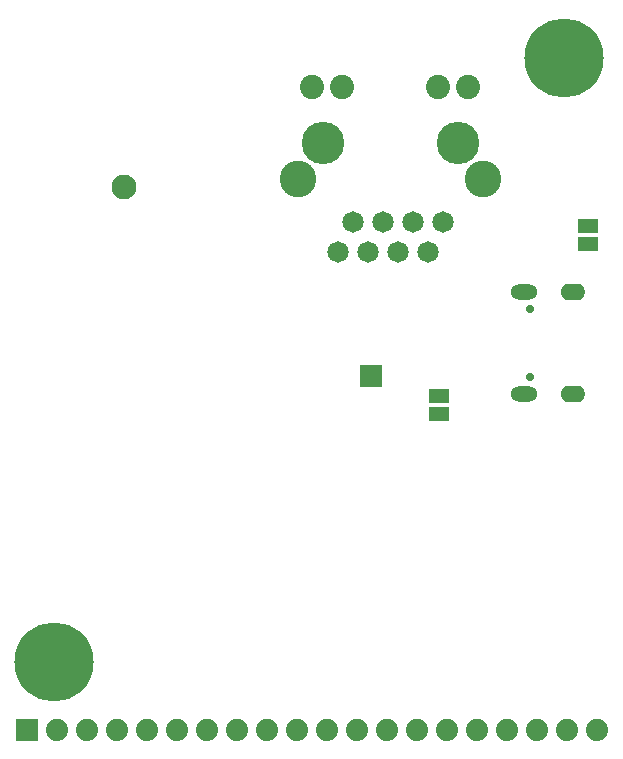
<source format=gbr>
%TF.GenerationSoftware,KiCad,Pcbnew,5.1.0-rc2-unknown-036be7d~80~ubuntu16.04.1*%
%TF.CreationDate,2024-05-15T09:47:00+03:00*%
%TF.ProjectId,ESP32-GATEWAY_Rev_H,45535033-322d-4474-9154-455741595f52,H*%
%TF.SameCoordinates,PX425f360PY7b4bf70*%
%TF.FileFunction,Soldermask,Bot*%
%TF.FilePolarity,Negative*%
%FSLAX46Y46*%
G04 Gerber Fmt 4.6, Leading zero omitted, Abs format (unit mm)*
G04 Created by KiCad (PCBNEW 5.1.0-rc2-unknown-036be7d~80~ubuntu16.04.1) date 2024-05-15 09:47:00*
%MOMM*%
%LPD*%
G04 APERTURE LIST*
%ADD10R,1.822400X1.822400*%
%ADD11C,0.701600*%
%ADD12O,2.301600X1.301600*%
%ADD13O,2.101600X1.401600*%
%ADD14C,2.101600*%
%ADD15R,1.701800X1.270000*%
%ADD16C,1.879600*%
%ADD17R,1.879600X1.879600*%
%ADD18C,1.600000*%
%ADD19C,6.700000*%
%ADD20C,1.810000*%
%ADD21C,2.050000*%
%ADD22C,3.100000*%
%ADD23C,3.600000*%
G04 APERTURE END LIST*
D10*
X30353000Y31242000D03*
D11*
X43825000Y36926000D03*
D12*
X43325000Y38356000D03*
D13*
X47505000Y38356000D03*
X47505000Y29716000D03*
D11*
X43825000Y31146000D03*
D12*
X43325000Y29716000D03*
D14*
X9414000Y47203000D03*
D15*
X48768000Y43942000D03*
X48768000Y42418000D03*
X48768000Y42418000D03*
D16*
X8890000Y1270000D03*
X6350000Y1270000D03*
X3810000Y1270000D03*
D17*
X1270000Y1270000D03*
D16*
X11430000Y1270000D03*
X13970000Y1270000D03*
X19050000Y1270000D03*
X16510000Y1270000D03*
X21590000Y1270000D03*
X24130000Y1270000D03*
X29210000Y1270000D03*
X26670000Y1270000D03*
X31750000Y1270000D03*
X34290000Y1270000D03*
X39370000Y1270000D03*
X36830000Y1270000D03*
X46990000Y1270000D03*
X49530000Y1270000D03*
X44450000Y1270000D03*
X41910000Y1270000D03*
D15*
X36131500Y29527500D03*
X36131500Y28003500D03*
X36131500Y28003500D03*
D18*
X1143000Y6985000D03*
X5969000Y6985000D03*
X5207000Y5334000D03*
X1905000Y5207000D03*
X5207000Y8636000D03*
X1905000Y8636000D03*
X3556000Y4572000D03*
X3556000Y9398000D03*
D19*
X3556000Y6985000D03*
D18*
X44323000Y58166000D03*
X49149000Y58166000D03*
X48387000Y56515000D03*
X45085000Y56388000D03*
X48387000Y59817000D03*
X45085000Y59817000D03*
X46736000Y55753000D03*
X46736000Y60579000D03*
D19*
X46736000Y58166000D03*
D20*
X36459000Y44227000D03*
X35189000Y41687000D03*
X33919000Y44227000D03*
X32649000Y41687000D03*
X31379000Y44227000D03*
X30109000Y41687000D03*
X28839000Y44227000D03*
X27569000Y41687000D03*
D21*
X27934000Y55675500D03*
X38614000Y55675500D03*
D22*
X39804000Y47877000D03*
X24204000Y47877000D03*
D21*
X25394000Y55675500D03*
X36074000Y55675500D03*
D23*
X37719000Y50927000D03*
X26289000Y50927000D03*
M02*

</source>
